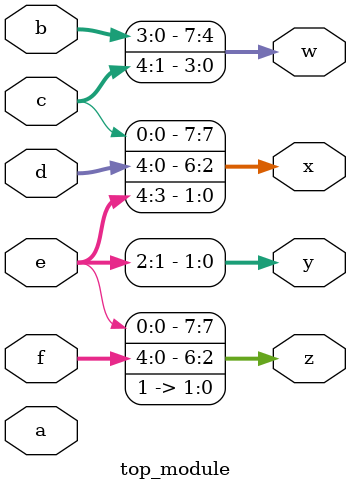
<source format=sv>
module top_module (
    input [4:0] a,
    input [4:0] b,
    input [4:0] c,
    input [4:0] d,
    input [4:0] e,
    input [4:0] f,
    output [7:0] w,
    output [7:0] x,
    output [7:8] y,
    output [7:0] z
);

    assign {w, x, y, z} = {a, b, c, d, e, f, 2'b11};

endmodule

</source>
